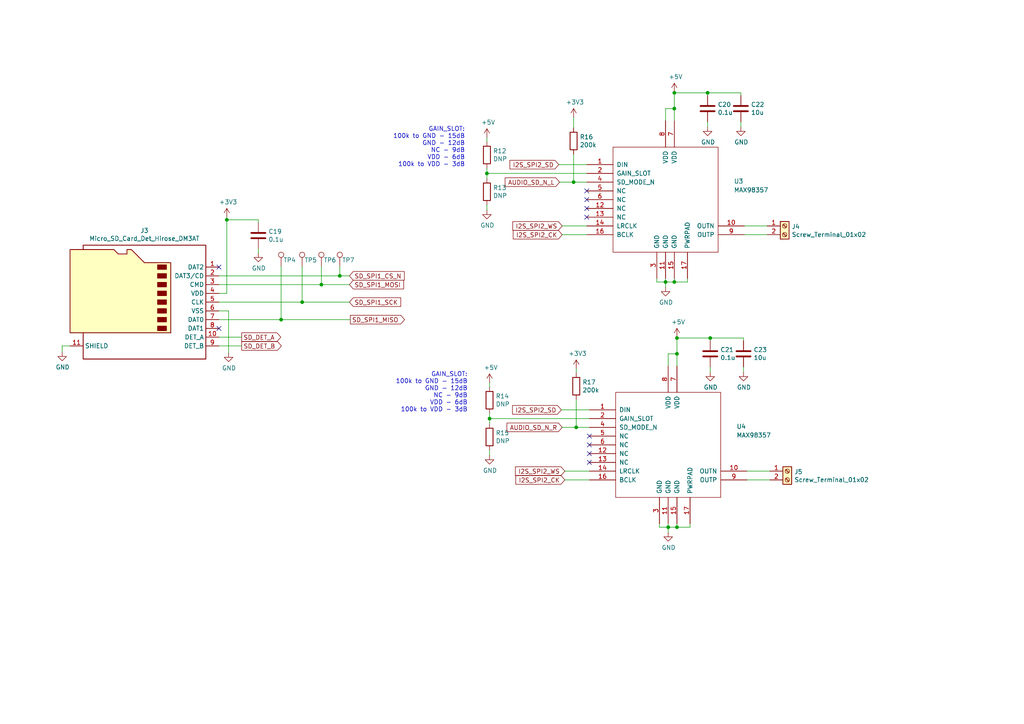
<source format=kicad_sch>
(kicad_sch (version 20230121) (generator eeschema)
  (paper "A4")
  (lib_symbols
    (symbol "Connector:Micro_SD_Card_Det_Hirose_DM3AT"
      (property "Reference" "J" (at -16.51 17.78 0))
      (property "Value" "Micro_SD_Card_Det_Hirose_DM3AT" (at 16.51 17.78 0))
      (symbol "Micro_SD_Card_Det_Hirose_DM3AT_0_1"
        (rectangle (start -7.62 -6.985) (end -5.08 -8.255) (stroke (width 0.254)) (fill (type outline)))
        (rectangle (start -7.62 -4.445) (end -5.08 -5.715) (stroke (width 0.254)) (fill (type outline)))
        (rectangle (start -7.62 -1.905) (end -5.08 -3.175) (stroke (width 0.254)) (fill (type outline)))
        (rectangle (start -7.62 0.635) (end -5.08 -0.635) (stroke (width 0.254)) (fill (type outline)))
        (rectangle (start -7.62 3.175) (end -5.08 1.905) (stroke (width 0.254)) (fill (type outline)))
        (rectangle (start -7.62 5.715) (end -5.08 4.445) (stroke (width 0.254)) (fill (type outline)))
        (rectangle (start -7.62 8.255) (end -5.08 6.985) (stroke (width 0.254)) (fill (type outline)))
        (rectangle (start -7.62 10.795) (end -5.08 9.525) (stroke (width 0.254)) (fill (type outline)))
        (polyline (pts (xy 16.51 15.24) (xy 16.51 16.51) (xy -19.05 16.51) (xy -19.05 -16.51) (xy 16.51 -16.51) (xy 16.51 -8.89)) (stroke (width 0.254)))
        (polyline (pts (xy -8.89 -8.89) (xy -8.89 11.43) (xy -1.27 11.43) (xy 2.54 15.24) (xy 3.81 15.24) (xy 3.81 13.97) (xy 6.35 13.97) (xy 7.62 15.24) (xy 20.32 15.24) (xy 20.32 -8.89) (xy -8.89 -8.89)) (stroke (width 0.254)) (fill (type background)))
      )
      (symbol "Micro_SD_Card_Det_Hirose_DM3AT_1_1"
        (pin bidirectional line (at -22.86 10.16 0) (length 3.81) (name "DAT2") (number "1"))
        (pin passive line (at -22.86 -10.16 0) (length 3.81) (name "DET_A") (number "10"))
        (pin passive line (at 20.32 -12.7 180) (length 3.81) (name "SHIELD") (number "11"))
        (pin bidirectional line (at -22.86 7.62 0) (length 3.81) (name "DAT3/CD") (number "2"))
        (pin input line (at -22.86 5.08 0) (length 3.81) (name "CMD") (number "3"))
        (pin power_in line (at -22.86 2.54 0) (length 3.81) (name "VDD") (number "4"))
        (pin input line (at -22.86 0 0) (length 3.81) (name "CLK") (number "5"))
        (pin power_in line (at -22.86 -2.54 0) (length 3.81) (name "VSS") (number "6"))
        (pin bidirectional line (at -22.86 -5.08 0) (length 3.81) (name "DAT0") (number "7"))
        (pin bidirectional line (at -22.86 -7.62 0) (length 3.81) (name "DAT1") (number "8"))
        (pin passive line (at -22.86 -12.7 0) (length 3.81) (name "DET_B") (number "9"))
      )
    )
    (symbol "Connector:Screw_Terminal_01x02" (pin_names (offset 1.016) hide)
      (property "Reference" "J" (at 0 2.54 0))
      (property "Value" "Screw_Terminal_01x02" (at 0 -5.08 0))
      (symbol "Screw_Terminal_01x02_1_1"
        (rectangle (start -1.27 1.27) (end 1.27 -3.81) (stroke (width 0.254)) (fill (type background)))
        (circle (center 0 -2.54) (radius 0.635) (stroke (width 0.1524)))
        (polyline (pts (xy -0.5334 -2.2098) (xy 0.3302 -3.048)) (stroke (width 0.1524)))
        (polyline (pts (xy -0.5334 0.3302) (xy 0.3302 -0.508)) (stroke (width 0.1524)))
        (polyline (pts (xy -0.3556 -2.032) (xy 0.508 -2.8702)) (stroke (width 0.1524)))
        (polyline (pts (xy -0.3556 0.508) (xy 0.508 -0.3302)) (stroke (width 0.1524)))
        (circle (center 0 0) (radius 0.635) (stroke (width 0.1524)))
        (pin passive line (at -5.08 0 0) (length 3.81) (name "Pin_1") (number "1"))
        (pin passive line (at -5.08 -2.54 0) (length 3.81) (name "Pin_2") (number "2"))
      )
    )
    (symbol "Connector:TestPoint" (pin_numbers hide) (pin_names (offset 0.762) hide)
      (property "Reference" "TP" (at 0 6.858 0))
      (property "Value" "TestPoint" (at 0 5.08 0))
      (symbol "TestPoint_0_1"
        (circle (center 0 3.302) (radius 0.762))
      )
      (symbol "TestPoint_1_1"
        (pin passive line (at 0 0 90) (length 2.54) (name "1") (number "1"))
      )
    )
    (symbol "Device:C" (pin_numbers hide) (pin_names (offset 0.254))
      (property "Reference" "C" (at 0.635 2.54 0))
      (property "Value" "C" (at 0.635 -2.54 0))
      (symbol "C_0_1"
        (polyline (pts (xy -2.032 -0.762) (xy 2.032 -0.762)) (stroke (width 0.508)))
        (polyline (pts (xy -2.032 0.762) (xy 2.032 0.762)) (stroke (width 0.508)))
      )
      (symbol "C_1_1"
        (pin passive line (at 0 3.81 270) (length 2.794) (name "~") (number "1"))
        (pin passive line (at 0 -3.81 90) (length 2.794) (name "~") (number "2"))
      )
    )
    (symbol "Device:R" (pin_numbers hide) (pin_names (offset 0))
      (property "Reference" "R" (at 2.032 0 90))
      (property "Value" "R" (at 0 0 90))
      (symbol "R_0_1"
        (rectangle (start -1.016 -2.54) (end 1.016 2.54) (stroke (width 0.254)))
      )
      (symbol "R_1_1"
        (pin passive line (at 0 3.81 270) (length 1.27) (name "~") (number "1"))
        (pin passive line (at 0 -3.81 90) (length 1.27) (name "~") (number "2"))
      )
    )
    (symbol "MAX98357:MAX98357" (pin_names (offset 1.016))
      (property "Reference" "U" (at 0 -2.54 0))
      (property "Value" "MAX98357" (at 0 2.54 0))
      (symbol "MAX98357_1_0"
        (rectangle (start -15.24 -15.24) (end 15.24 15.24))
      )
      (symbol "MAX98357_1_1"
        (pin bidirectional line (at -22.86 10.16 0) (length 7.62) (name "DIN") (number "1"))
        (pin output line (at 22.86 -7.62 180) (length 7.62) (name "OUTN") (number "10"))
        (pin passive line (at 0 -22.86 90) (length 7.62) (name "GND") (number "11"))
        (pin input line (at -22.86 -2.54 0) (length 7.62) (name "NC") (number "12"))
        (pin input line (at -22.86 -5.08 0) (length 7.62) (name "NC") (number "13"))
        (pin input line (at -22.86 -7.62 0) (length 7.62) (name "LRCLK") (number "14"))
        (pin passive line (at 2.54 -22.86 90) (length 7.62) (name "GND") (number "15"))
        (pin input line (at -22.86 -10.16 0) (length 7.62) (name "BCLK") (number "16"))
        (pin passive line (at 6.35 -22.86 90) (length 7.62) (name "PWRPAD") (number "17"))
        (pin input line (at -22.86 7.62 0) (length 7.62) (name "GAIN_SLOT") (number "2"))
        (pin passive line (at -2.54 -22.86 90) (length 7.62) (name "GND") (number "3"))
        (pin input line (at -22.86 5.08 0) (length 7.62) (name "SD_MODE_N") (number "4"))
        (pin input line (at -22.86 2.54 0) (length 7.62) (name "NC") (number "5"))
        (pin input line (at -22.86 0 0) (length 7.62) (name "NC") (number "6"))
        (pin power_in line (at 2.54 22.86 270) (length 7.62) (name "VDD") (number "7"))
        (pin power_in line (at 0 22.86 270) (length 7.62) (name "VDD") (number "8"))
        (pin output line (at 22.86 -10.16 180) (length 7.62) (name "OUTP") (number "9"))
      )
    )
    (symbol "SpaceCenter_MainBoard_KiCAD-rescue:+3.3V-power" (power) (pin_names (offset 0))
      (property "Value" "+3.3V-power" (at 0 3.556 0))
      (symbol "+3.3V-power_0_1"
        (polyline (pts (xy -0.762 1.27) (xy 0 2.54)))
        (polyline (pts (xy 0 0) (xy 0 2.54)))
        (polyline (pts (xy 0 2.54) (xy 0.762 1.27)))
      )
      (symbol "+3.3V-power_1_1"
        (pin power_in line (at 0 0 90) (length 0) hide (name "+3V3") (number "1"))
      )
    )
    (symbol "power:+5V" (power) (pin_names (offset 0))
      (property "Value" "+5V" (at 0 3.556 0))
      (symbol "+5V_0_1"
        (polyline (pts (xy -0.762 1.27) (xy 0 2.54)))
        (polyline (pts (xy 0 0) (xy 0 2.54)))
        (polyline (pts (xy 0 2.54) (xy 0.762 1.27)))
      )
      (symbol "+5V_1_1"
        (pin power_in line (at 0 0 90) (length 0) hide (name "+5V") (number "1"))
      )
    )
    (symbol "power:GND" (power) (pin_names (offset 0))
      (property "Value" "GND" (at 0 -3.81 0))
      (symbol "GND_0_1"
        (polyline (pts (xy 0 0) (xy 0 -1.27) (xy 1.27 -1.27) (xy 0 -2.54) (xy -1.27 -1.27) (xy 0 -1.27)))
      )
      (symbol "GND_1_1"
        (pin power_in line (at 0 0 270) (length 0) hide (name "GND") (number "1"))
      )
    )
  )
  (junction (at 98.552 80.01))
  (junction (at 196.342 98.044))
  (junction (at 93.218 82.55))
  (junction (at 196.342 152.908))
  (junction (at 65.786 63.754))
  (junction (at 205.232 26.924))
  (junction (at 166.37 52.832))
  (junction (at 167.132 123.952))
  (junction (at 196.342 102.616))
  (junction (at 205.994 98.044))
  (junction (at 195.58 31.496))
  (junction (at 87.63 87.63))
  (junction (at 193.802 152.908))
  (junction (at 141.986 121.412))
  (junction (at 195.58 26.924))
  (junction (at 193.04 81.788))
  (junction (at 81.534 92.71))
  (junction (at 195.58 81.788))
  (junction (at 141.224 50.292))
  (no_connect (at 63.5 95.25))
  (no_connect (at 63.5 77.47))
  (no_connect (at 170.942 126.492))
  (no_connect (at 170.18 60.452))
  (no_connect (at 170.942 129.032))
  (no_connect (at 170.942 134.112))
  (no_connect (at 170.942 131.572))
  (no_connect (at 170.18 62.992))
  (no_connect (at 170.18 55.372))
  (no_connect (at 170.18 57.912))
  (wire (pts (xy 65.786 63.754) (xy 65.786 62.992)))
  (wire (pts (xy 18.034 100.33) (xy 18.034 102.108)))
  (wire (pts (xy 193.04 31.496) (xy 195.58 31.496)))
  (wire (pts (xy 74.93 63.754) (xy 65.786 63.754)))
  (wire (pts (xy 200.152 152.908) (xy 196.342 152.908)))
  (wire (pts (xy 205.994 107.95) (xy 205.994 106.426)))
  (wire (pts (xy 101.346 80.01) (xy 98.552 80.01)))
  (wire (pts (xy 196.342 151.892) (xy 196.342 152.908)))
  (wire (pts (xy 65.786 85.09) (xy 65.786 63.754)))
  (wire (pts (xy 205.232 36.83) (xy 205.232 35.306)))
  (wire (pts (xy 199.39 81.788) (xy 195.58 81.788)))
  (wire (pts (xy 163.83 139.192) (xy 170.942 139.192)))
  (wire (pts (xy 193.802 152.908) (xy 193.802 154.432)))
  (wire (pts (xy 193.04 35.052) (xy 193.04 31.496)))
  (wire (pts (xy 167.132 115.824) (xy 167.132 123.952)))
  (wire (pts (xy 166.37 44.704) (xy 166.37 52.832)))
  (wire (pts (xy 98.552 80.01) (xy 63.5 80.01)))
  (wire (pts (xy 163.83 136.652) (xy 170.942 136.652)))
  (wire (pts (xy 81.534 92.71) (xy 63.5 92.71)))
  (wire (pts (xy 66.294 90.17) (xy 66.294 102.362)))
  (wire (pts (xy 196.342 98.044) (xy 196.342 97.79)))
  (wire (pts (xy 141.986 132.08) (xy 141.986 130.556)))
  (wire (pts (xy 141.224 60.96) (xy 141.224 59.436)))
  (wire (pts (xy 166.37 34.036) (xy 166.37 37.084)))
  (wire (pts (xy 162.052 47.752) (xy 170.18 47.752)))
  (wire (pts (xy 205.232 26.924) (xy 195.58 26.924)))
  (wire (pts (xy 205.994 98.044) (xy 196.342 98.044)))
  (wire (pts (xy 190.5 81.788) (xy 193.04 81.788)))
  (wire (pts (xy 141.224 39.878) (xy 141.224 41.148)))
  (wire (pts (xy 196.342 152.908) (xy 193.802 152.908)))
  (wire (pts (xy 205.994 98.806) (xy 205.994 98.044)))
  (wire (pts (xy 63.5 85.09) (xy 65.786 85.09)))
  (wire (pts (xy 20.32 100.33) (xy 18.034 100.33)))
  (wire (pts (xy 205.994 98.044) (xy 215.646 98.044)))
  (wire (pts (xy 170.18 50.292) (xy 141.224 50.292)))
  (wire (pts (xy 70.104 97.79) (xy 63.5 97.79)))
  (wire (pts (xy 87.63 77.216) (xy 87.63 87.63)))
  (wire (pts (xy 163.068 123.952) (xy 167.132 123.952)))
  (wire (pts (xy 195.58 81.788) (xy 193.04 81.788)))
  (wire (pts (xy 193.802 151.892) (xy 193.802 152.908)))
  (wire (pts (xy 193.802 106.172) (xy 193.802 102.616)))
  (wire (pts (xy 193.802 102.616) (xy 196.342 102.616)))
  (wire (pts (xy 93.218 82.55) (xy 63.5 82.55)))
  (wire (pts (xy 199.39 80.772) (xy 199.39 81.788)))
  (wire (pts (xy 190.5 80.772) (xy 190.5 81.788)))
  (wire (pts (xy 196.342 102.616) (xy 196.342 98.044)))
  (wire (pts (xy 216.662 139.192) (xy 223.266 139.192)))
  (wire (pts (xy 215.9 65.532) (xy 222.504 65.532)))
  (wire (pts (xy 196.342 106.172) (xy 196.342 102.616)))
  (wire (pts (xy 87.63 87.63) (xy 63.5 87.63)))
  (wire (pts (xy 167.132 123.952) (xy 170.942 123.952)))
  (wire (pts (xy 215.9 68.072) (xy 222.504 68.072)))
  (wire (pts (xy 214.884 26.924) (xy 214.884 27.686)))
  (wire (pts (xy 141.986 121.412) (xy 141.986 119.888)))
  (wire (pts (xy 167.132 106.934) (xy 167.132 108.204)))
  (wire (pts (xy 191.262 151.892) (xy 191.262 152.908)))
  (wire (pts (xy 93.218 77.216) (xy 93.218 82.55)))
  (wire (pts (xy 214.884 36.83) (xy 214.884 35.306)))
  (wire (pts (xy 74.93 64.516) (xy 74.93 63.754)))
  (wire (pts (xy 162.814 118.872) (xy 170.942 118.872)))
  (wire (pts (xy 74.93 73.406) (xy 74.93 72.136)))
  (wire (pts (xy 205.232 26.924) (xy 214.884 26.924)))
  (wire (pts (xy 70.104 100.33) (xy 63.5 100.33)))
  (wire (pts (xy 200.152 151.892) (xy 200.152 152.908)))
  (wire (pts (xy 163.068 65.532) (xy 170.18 65.532)))
  (wire (pts (xy 101.6 92.71) (xy 81.534 92.71)))
  (wire (pts (xy 195.58 26.924) (xy 195.58 26.67)))
  (wire (pts (xy 141.224 50.292) (xy 141.224 48.768)))
  (wire (pts (xy 81.534 77.216) (xy 81.534 92.71)))
  (wire (pts (xy 193.04 81.788) (xy 193.04 83.312)))
  (wire (pts (xy 215.646 98.044) (xy 215.646 98.806)))
  (wire (pts (xy 141.986 110.998) (xy 141.986 112.268)))
  (wire (pts (xy 205.232 27.686) (xy 205.232 26.924)))
  (wire (pts (xy 141.224 51.816) (xy 141.224 50.292)))
  (wire (pts (xy 195.58 80.772) (xy 195.58 81.788)))
  (wire (pts (xy 166.37 52.832) (xy 170.18 52.832)))
  (wire (pts (xy 63.5 90.17) (xy 66.294 90.17)))
  (wire (pts (xy 191.262 152.908) (xy 193.802 152.908)))
  (wire (pts (xy 162.306 52.832) (xy 166.37 52.832)))
  (wire (pts (xy 195.58 35.052) (xy 195.58 31.496)))
  (wire (pts (xy 193.04 80.772) (xy 193.04 81.788)))
  (wire (pts (xy 141.986 122.936) (xy 141.986 121.412)))
  (wire (pts (xy 170.942 121.412) (xy 141.986 121.412)))
  (wire (pts (xy 98.552 77.216) (xy 98.552 80.01)))
  (wire (pts (xy 101.346 87.63) (xy 87.63 87.63)))
  (wire (pts (xy 195.58 31.496) (xy 195.58 26.924)))
  (wire (pts (xy 215.646 107.95) (xy 215.646 106.426)))
  (wire (pts (xy 101.346 82.55) (xy 93.218 82.55)))
  (wire (pts (xy 216.662 136.652) (xy 223.266 136.652)))
  (wire (pts (xy 163.068 68.072) (xy 170.18 68.072)))
  (text "GAIN_SLOT:\n100k to GND - 15dB\nGND - 12dB\nNC - 9dB\nVDD - 6dB\n100k to VDD - 3dB" (at 134.874 48.514 0) (effects (font (size 1.27 1.27)) (justify right bottom)))
  (text "GAIN_SLOT:\n100k to GND - 15dB\nGND - 12dB\nNC - 9dB\nVDD - 6dB\n100k to VDD - 3dB" (at 135.636 119.634 0) (effects (font (size 1.27 1.27)) (justify right bottom)))
  (global_label "SD_SPI1_MOSI" (shape input) (at 101.346 82.55 0) (property "Intersheetrefs" "${INTERSHEET_REFS}" (effects hide)))
  (global_label "I2S_SPI2_WS" (shape input) (at 163.83 136.652 180) (property "Intersheetrefs" "${INTERSHEET_REFS}" (effects hide)))
  (global_label "I2S_SPI2_SD" (shape input) (at 162.814 118.872 180) (property "Intersheetrefs" "${INTERSHEET_REFS}" (effects hide)))
  (global_label "SD_SPI1_CS_N" (shape input) (at 101.346 80.01 0) (property "Intersheetrefs" "${INTERSHEET_REFS}" (effects hide)))
  (global_label "SD_SPI1_MISO" (shape output) (at 101.6 92.71 0) (property "Intersheetrefs" "${INTERSHEET_REFS}" (effects hide)))
  (global_label "I2S_SPI2_SD" (shape input) (at 162.052 47.752 180) (property "Intersheetrefs" "${INTERSHEET_REFS}" (effects hide)))
  (global_label "I2S_SPI2_WS" (shape input) (at 163.068 65.532 180) (property "Intersheetrefs" "${INTERSHEET_REFS}" (effects hide)))
  (global_label "I2S_SPI2_CK" (shape input) (at 163.068 68.072 180) (property "Intersheetrefs" "${INTERSHEET_REFS}" (effects hide)))
  (global_label "AUDIO_SD_N_R" (shape input) (at 163.068 123.952 180) (property "Intersheetrefs" "${INTERSHEET_REFS}" (effects hide)))
  (global_label "I2S_SPI2_CK" (shape input) (at 163.83 139.192 180) (property "Intersheetrefs" "${INTERSHEET_REFS}" (effects hide)))
  (global_label "SD_DET_A" (shape output) (at 70.104 97.79 0) (property "Intersheetrefs" "${INTERSHEET_REFS}" (effects hide)))
  (global_label "SD_DET_B" (shape output) (at 70.104 100.33 0) (property "Intersheetrefs" "${INTERSHEET_REFS}" (effects hide)))
  (global_label "SD_SPI1_SCK" (shape input) (at 101.346 87.63 0) (property "Intersheetrefs" "${INTERSHEET_REFS}" (effects hide)))
  (global_label "AUDIO_SD_N_L" (shape input) (at 162.306 52.832 180) (property "Intersheetrefs" "${INTERSHEET_REFS}" (effects hide)))
  (symbol (lib_id "MAX98357:MAX98357") (at 193.04 57.912 0) (unit 1)
    (property "Reference" "U3" (at 212.852 52.578 0) (effects (justify left)))
    (property "Value" "MAX98357" (at 212.852 55.118 0) (effects (justify left)))
    (property "Footprint" "SpaceCenter_Lib:QFN50P300X300X80-17N" (effects hide))
  )
  (symbol (lib_id "Connector:Micro_SD_Card_Det_Hirose_DM3AT") (at 40.64 87.63 0) (mirror y) (unit 1)
    (property "Reference" "J3" (at 41.91 66.8782 0))
    (property "Value" "Micro_SD_Card_Det_Hirose_DM3AT" (at 41.91 69.1896 0))
    (property "Footprint" "Connector_Card:microSD_HC_Hirose_DM3AT-SF-PEJM5" (effects hide))
    (property "Datasheet" "https://www.hirose.com/product/en/download_file/key_name/DM3/category/Catalog/doc_file_id/49662/?file_category_id=4&item_id=195&is_series=1" (effects hide))
  )
  (symbol (lib_id "Device:C") (at 74.93 68.326 0) (unit 1)
    (property "Reference" "C19" (at 77.851 67.1576 0) (effects (justify left)))
    (property "Value" "0.1u" (at 77.851 69.469 0) (effects (justify left)))
    (property "Footprint" "Capacitor_SMD:C_0603_1608Metric_Pad1.05x0.95mm_HandSolder" (effects hide))
  )
  (symbol (lib_id "SpaceCenter_MainBoard_KiCAD-rescue:+3.3V-power") (at 65.786 62.992 0) (unit 1)
    (property "Reference" "#PWR037" (effects hide))
    (property "Value" "+3.3V" (at 66.167 58.5978 0))
  )
  (symbol (lib_id "power:GND") (at 74.93 73.406 0) (unit 1)
    (property "Reference" "#PWR039" (effects hide))
    (property "Value" "GND" (at 75.057 77.8002 0))
  )
  (symbol (lib_id "power:GND") (at 66.294 102.362 0) (unit 1)
    (property "Reference" "#PWR038" (effects hide))
    (property "Value" "GND" (at 66.421 106.7562 0))
  )
  (symbol (lib_id "power:GND") (at 18.034 102.108 0) (unit 1)
    (property "Reference" "#PWR036" (effects hide))
    (property "Value" "GND" (at 18.161 106.5022 0))
  )
  (symbol (lib_id "Device:R") (at 166.37 40.894 0) (unit 1)
    (property "Reference" "R16" (at 168.148 39.7256 0) (effects (justify left)))
    (property "Value" "200k" (at 168.148 42.037 0) (effects (justify left)))
    (property "Footprint" "Resistor_SMD:R_0603_1608Metric_Pad1.05x0.95mm_HandSolder" (effects hide))
  )
  (symbol (lib_id "Device:R") (at 141.224 44.958 0) (unit 1)
    (property "Reference" "R12" (at 143.002 43.7896 0) (effects (justify left)))
    (property "Value" "DNP" (at 143.002 46.101 0) (effects (justify left)))
    (property "Footprint" "Resistor_SMD:R_0603_1608Metric_Pad1.05x0.95mm_HandSolder" (effects hide))
  )
  (symbol (lib_id "Device:R") (at 141.224 55.626 0) (unit 1)
    (property "Reference" "R13" (at 143.002 54.4576 0) (effects (justify left)))
    (property "Value" "DNP" (at 143.002 56.769 0) (effects (justify left)))
    (property "Footprint" "Resistor_SMD:R_0603_1608Metric_Pad1.05x0.95mm_HandSolder" (effects hide))
  )
  (symbol (lib_id "power:+5V") (at 141.224 39.878 0) (unit 1)
    (property "Reference" "#PWR040" (effects hide))
    (property "Value" "+5V" (at 141.605 35.4838 0))
  )
  (symbol (lib_id "power:GND") (at 141.224 60.96 0) (unit 1)
    (property "Reference" "#PWR041" (effects hide))
    (property "Value" "GND" (at 141.351 65.3542 0))
  )
  (symbol (lib_id "power:GND") (at 193.04 83.312 0) (unit 1)
    (property "Reference" "#PWR046" (effects hide))
    (property "Value" "GND" (at 193.167 87.7062 0))
  )
  (symbol (lib_id "power:+5V") (at 195.58 26.67 0) (unit 1)
    (property "Reference" "#PWR048" (effects hide))
    (property "Value" "+5V" (at 195.961 22.2758 0))
  )
  (symbol (lib_id "Device:C") (at 205.232 31.496 0) (unit 1)
    (property "Reference" "C20" (at 208.153 30.3276 0) (effects (justify left)))
    (property "Value" "0.1u" (at 208.153 32.639 0) (effects (justify left)))
    (property "Footprint" "Capacitor_SMD:C_0603_1608Metric_Pad1.05x0.95mm_HandSolder" (effects hide))
  )
  (symbol (lib_id "Device:C") (at 214.884 31.496 0) (unit 1)
    (property "Reference" "C22" (at 217.805 30.3276 0) (effects (justify left)))
    (property "Value" "10u" (at 217.805 32.639 0) (effects (justify left)))
    (property "Footprint" "Capacitor_SMD:C_0603_1608Metric_Pad1.05x0.95mm_HandSolder" (effects hide))
  )
  (symbol (lib_id "power:GND") (at 205.232 36.83 0) (unit 1)
    (property "Reference" "#PWR050" (effects hide))
    (property "Value" "GND" (at 205.359 41.2242 0))
  )
  (symbol (lib_id "power:GND") (at 214.884 36.83 0) (unit 1)
    (property "Reference" "#PWR052" (effects hide))
    (property "Value" "GND" (at 215.011 41.2242 0))
  )
  (symbol (lib_id "Connector:Screw_Terminal_01x02") (at 227.584 65.532 0) (unit 1)
    (property "Reference" "J4" (at 229.616 65.7352 0) (effects (justify left)))
    (property "Value" "Screw_Terminal_01x02" (at 229.616 68.0466 0) (effects (justify left)))
    (property "Footprint" "TerminalBlock_TE-Connectivity:TerminalBlock_TE_282834-2_1x02_P2.54mm_Horizontal" (effects hide))
  )
  (symbol (lib_id "MAX98357:MAX98357") (at 193.802 129.032 0) (unit 1)
    (property "Reference" "U4" (at 213.614 123.698 0) (effects (justify left)))
    (property "Value" "MAX98357" (at 213.614 126.238 0) (effects (justify left)))
    (property "Footprint" "SpaceCenter_Lib:QFN50P300X300X80-17N" (effects hide))
  )
  (symbol (lib_id "Device:R") (at 167.132 112.014 0) (unit 1)
    (property "Reference" "R17" (at 168.91 110.8456 0) (effects (justify left)))
    (property "Value" "200k" (at 168.91 113.157 0) (effects (justify left)))
    (property "Footprint" "Resistor_SMD:R_0603_1608Metric_Pad1.05x0.95mm_HandSolder" (effects hide))
  )
  (symbol (lib_id "Device:R") (at 141.986 116.078 0) (unit 1)
    (property "Reference" "R14" (at 143.764 114.9096 0) (effects (justify left)))
    (property "Value" "DNP" (at 143.764 117.221 0) (effects (justify left)))
    (property "Footprint" "Resistor_SMD:R_0603_1608Metric_Pad1.05x0.95mm_HandSolder" (effects hide))
  )
  (symbol (lib_id "Device:R") (at 141.986 126.746 0) (unit 1)
    (property "Reference" "R15" (at 143.764 125.5776 0) (effects (justify left)))
    (property "Value" "DNP" (at 143.764 127.889 0) (effects (justify left)))
    (property "Footprint" "Resistor_SMD:R_0603_1608Metric_Pad1.05x0.95mm_HandSolder" (effects hide))
  )
  (symbol (lib_id "power:+5V") (at 141.986 110.998 0) (unit 1)
    (property "Reference" "#PWR042" (effects hide))
    (property "Value" "+5V" (at 142.367 106.6038 0))
  )
  (symbol (lib_id "power:GND") (at 141.986 132.08 0) (unit 1)
    (property "Reference" "#PWR043" (effects hide))
    (property "Value" "GND" (at 142.113 136.4742 0))
  )
  (symbol (lib_id "power:GND") (at 193.802 154.432 0) (unit 1)
    (property "Reference" "#PWR047" (effects hide))
    (property "Value" "GND" (at 193.929 158.8262 0))
  )
  (symbol (lib_id "power:+5V") (at 196.342 97.79 0) (unit 1)
    (property "Reference" "#PWR049" (effects hide))
    (property "Value" "+5V" (at 196.723 93.3958 0))
  )
  (symbol (lib_id "Device:C") (at 205.994 102.616 0) (unit 1)
    (property "Reference" "C21" (at 208.915 101.4476 0) (effects (justify left)))
    (property "Value" "0.1u" (at 208.915 103.759 0) (effects (justify left)))
    (property "Footprint" "Capacitor_SMD:C_0603_1608Metric_Pad1.05x0.95mm_HandSolder" (effects hide))
  )
  (symbol (lib_id "Device:C") (at 215.646 102.616 0) (unit 1)
    (property "Reference" "C23" (at 218.567 101.4476 0) (effects (justify left)))
    (property "Value" "10u" (at 218.567 103.759 0) (effects (justify left)))
    (property "Footprint" "Capacitor_SMD:C_0603_1608Metric_Pad1.05x0.95mm_HandSolder" (effects hide))
  )
  (symbol (lib_id "power:GND") (at 205.994 107.95 0) (unit 1)
    (property "Reference" "#PWR051" (effects hide))
    (property "Value" "GND" (at 206.121 112.3442 0))
  )
  (symbol (lib_id "power:GND") (at 215.646 107.95 0) (unit 1)
    (property "Reference" "#PWR053" (effects hide))
    (property "Value" "GND" (at 215.773 112.3442 0))
  )
  (symbol (lib_id "Connector:Screw_Terminal_01x02") (at 228.346 136.652 0) (unit 1)
    (property "Reference" "J5" (at 230.378 136.8552 0) (effects (justify left)))
    (property "Value" "Screw_Terminal_01x02" (at 230.378 139.1666 0) (effects (justify left)))
    (property "Footprint" "TerminalBlock_TE-Connectivity:TerminalBlock_TE_282834-2_1x02_P2.54mm_Horizontal" (effects hide))
  )
  (symbol (lib_id "SpaceCenter_MainBoard_KiCAD-rescue:+3.3V-power") (at 166.37 34.036 0) (unit 1)
    (property "Reference" "#PWR044" (effects hide))
    (property "Value" "+3.3V" (at 166.751 29.6418 0))
  )
  (symbol (lib_id "SpaceCenter_MainBoard_KiCAD-rescue:+3.3V-power") (at 167.132 106.934 0) (unit 1)
    (property "Reference" "#PWR045" (effects hide))
    (property "Value" "+3.3V" (at 167.513 102.5398 0))
  )
  (symbol (lib_id "Connector:TestPoint") (at 98.552 77.216 0) (unit 1)
    (property "Reference" "TP7" (at 102.87 75.438 0) (effects (justify right)))
    (property "Value" "TestPoint" (effects hide))
    (property "Footprint" "TestPoint:TestPoint_Keystone_5019_Minature" (effects hide))
    (instances (project "SpaceCenter_MainBoard_KiCAD" (path "" (reference "TP7") (unit 1)) (path "" (reference "TP?") (unit 1))))
  )
  (symbol (lib_id "Connector:TestPoint") (at 93.218 77.216 0) (unit 1)
    (property "Reference" "TP6" (at 97.536 75.438 0) (effects (justify right)))
    (property "Value" "TestPoint" (effects hide))
    (property "Footprint" "TestPoint:TestPoint_Keystone_5019_Minature" (effects hide))
    (instances (project "SpaceCenter_MainBoard_KiCAD" (path "" (reference "TP6") (unit 1)) (path "" (reference "TP?") (unit 1))))
  )
  (symbol (lib_id "Connector:TestPoint") (at 87.63 77.216 0) (unit 1)
    (property "Reference" "TP5" (at 91.948 75.438 0) (effects (justify right)))
    (property "Value" "TestPoint" (effects hide))
    (property "Footprint" "TestPoint:TestPoint_Keystone_5019_Minature" (effects hide))
    (instances (project "SpaceCenter_MainBoard_KiCAD" (path "" (reference "TP5") (unit 1)) (path "" (reference "TP?") (unit 1))))
  )
  (symbol (lib_id "Connector:TestPoint") (at 81.534 77.216 0) (unit 1)
    (property "Reference" "TP4" (at 85.852 75.438 0) (effects (justify right)))
    (property "Value" "TestPoint" (effects hide))
    (property "Footprint" "TestPoint:TestPoint_Keystone_5019_Minature" (effects hide))
    (instances (project "SpaceCenter_MainBoard_KiCAD" (path "" (reference "TP4") (unit 1)) (path "" (reference "TP?") (unit 1))))
  )
)
</source>
